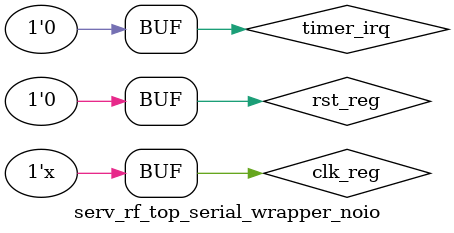
<source format=v>
`timescale 1ns / 1ps
`default_nettype none

(* DONT_TOUCH = "true" *)
module serv_rf_top_serial_wrapper_noio();

  // ---------------------------------------------------------------
  // 1. Internal Clock and Reset
  // ---------------------------------------------------------------
  reg clk_reg = 1'b0;
  always #5 clk_reg = ~clk_reg; // ~100 MHz toggling clock

  reg rst_reg = 1'b1;
  initial begin
    // Keep reset active for 200 ns
    #200 rst_reg = 1'b0;
  end

  // We'll tie off the timer_irq signal (not needed externally)
  wire timer_irq = 1'b0;

  // ---------------------------------------------------------------
  // 2. Internal Wires for Parallel Buses
  // ---------------------------------------------------------------
  parameter DATA_WIDTH = 171;
  
  // The wide parallel buses for input/output
  wire [DATA_WIDTH-1:0] parallel_out;
  wire [DATA_WIDTH-1:0] parallel_in;

  // ---------------------------------------------------------------
  // 3. Instantiate the SERV Core
  // ---------------------------------------------------------------
  (* DONT_TOUCH = "true" *)
  serv_rf_top #(
    .RESET_PC       (32'd0),
    .COMPRESSED     (1'b0),
    .ALIGN          (1'b0),
    .MDU            (1'b0),
    .PRE_REGISTER   (1),
    .RESET_STRATEGY ("MINI"),
    .DEBUG          (1'b0),
    .WITH_CSR       (1),
    .W              (1),
    .RF_WIDTH       (2), // W=1 => W*2=2
    .RF_L2D         ($clog2((32+(1*4))*32/2)),
    .USE_STOC_ALU   (1)
  ) serv_core_inst (
    .clk         (clk_reg),
    .i_rst       (rst_reg),
    .i_timer_irq (timer_irq),

    // Example wide parallel bundling (just for demonstration):
    .o_ibus_adr  (parallel_out[DATA_WIDTH-1:DATA_WIDTH-32]),
    .o_ibus_cyc  (parallel_out[DATA_WIDTH-33]),
    .i_ibus_rdt  (parallel_in[DATA_WIDTH-1:DATA_WIDTH-32]),
    .i_ibus_ack  (parallel_in[DATA_WIDTH-33]),

    .o_dbus_adr  (parallel_out[DATA_WIDTH-34:DATA_WIDTH-65]),
    .o_dbus_dat  (parallel_out[DATA_WIDTH-66:DATA_WIDTH-97]),
    .o_dbus_sel  (parallel_out[DATA_WIDTH-98:DATA_WIDTH-101]),
    .o_dbus_we   (parallel_out[DATA_WIDTH-102]),
    .o_dbus_cyc  (parallel_out[DATA_WIDTH-103]),
    .i_dbus_rdt  (parallel_in[DATA_WIDTH-34:DATA_WIDTH-65]),
    .i_dbus_ack  (parallel_in[DATA_WIDTH-102]),

    // Example MDU valid
    .o_mdu_valid (parallel_out[0])
  );

  // ---------------------------------------------------------------
  // 4. Instantiate the Parallel-to-Serial Interface
  // ---------------------------------------------------------------
  // Even though we have no external pins, we connect the module internally
  // so the logic isn't removed.
  (* DONT_TOUCH = "true" *)
  parallel_serial_if #(
    .DATA_WIDTH(DATA_WIDTH)
  ) ps_if_inst (
    .clk         (clk_reg),
    .rst         (rst_reg),
    .parallel_in (parallel_out),
    .parallel_out(parallel_in),

    // These signals remain internal, never mapped to external IO
    .ser_clk     (),
    .ser_data_out(),
    .ser_data_in (1'b0), // Tied off internally
    .ser_cs      ()
  );

endmodule
</source>
